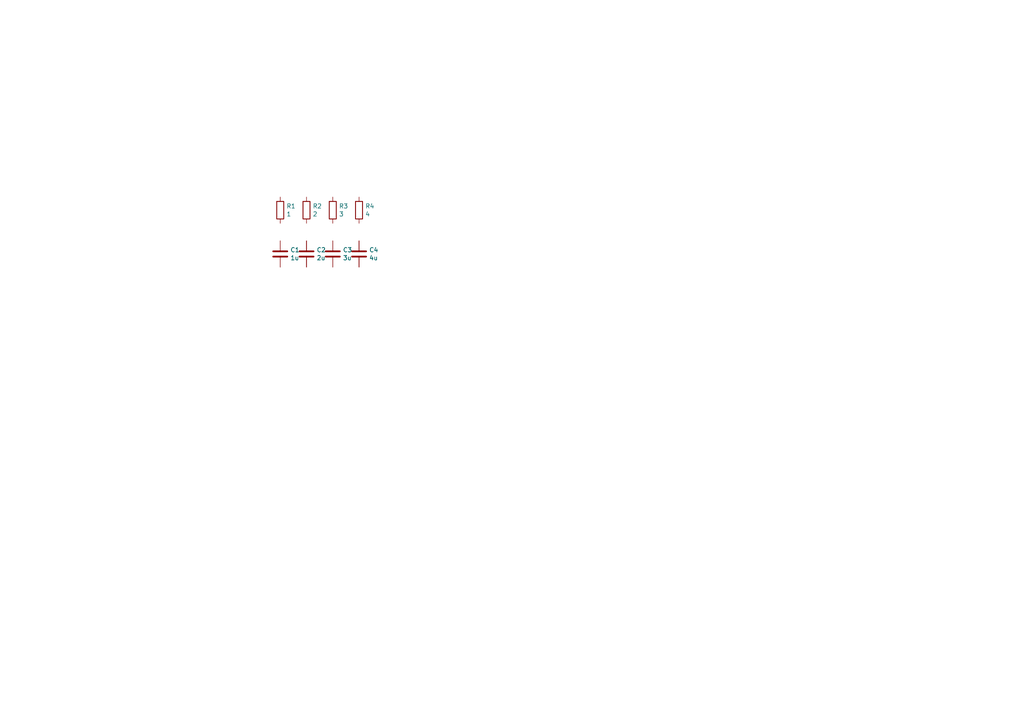
<source format=kicad_sch>
(kicad_sch (version 20211123) (generator eeschema)
  (paper "A4")
  (lib_symbols
    (symbol "Device:C" (pin_numbers hide) (pin_names (offset 0.254))
      (property "Reference" "C" (at 0.635 2.54 0))
      (property "Value" "Device_C" (at 0.635 -2.54 0))
      (symbol "C_0_1"
        (polyline (pts (xy -2.032 -0.762) (xy 2.032 -0.762)) (stroke (width 0.508)))
        (polyline (pts (xy -2.032 0.762) (xy 2.032 0.762)) (stroke (width 0.508)))
      )
      (symbol "C_1_1"
        (pin passive line (at 0 3.81 270) (length 2.794) (name "~") (number "1"))
        (pin passive line (at 0 -3.81 90) (length 2.794) (name "~") (number "2"))
      )
    )
    (symbol "Device:R" (pin_numbers hide) (pin_names (offset 0))
      (property "Reference" "R" (at 2.032 0 90))
      (property "Value" "Device_R" (at 0 0 90))
      (symbol "R_0_1"
        (rectangle (start -1.016 -2.54) (end 1.016 2.54) (stroke (width 0.254)))
      )
      (symbol "R_1_1"
        (pin passive line (at 0 3.81 270) (length 1.27) (name "~") (number "1"))
        (pin passive line (at 0 -3.81 90) (length 1.27) (name "~") (number "2"))
      )
    )
  )
  (symbol (lib_id "Device:R") (at 81.28 60.96 0) (unit 1)
    (property "Reference" "R1" (at 83.058 59.7916 0) (effects (justify left)))
    (property "Value" "1" (at 83.058 62.103 0) (effects (justify left)))
    (property "Footprint" "Resistor_SMD:R_0805_2012Metric" (effects hide))
  )
  (symbol (lib_id "Device:R") (at 88.9 60.96 0) (unit 1)
    (property "Reference" "R2" (at 90.678 59.7916 0) (effects (justify left)))
    (property "Value" "2" (at 90.678 62.103 0) (effects (justify left)))
    (property "Footprint" "Resistor_SMD:R_0805_2012Metric" (effects hide))
  )
  (symbol (lib_id "Device:R") (at 96.52 60.96 0) (unit 1)
    (property "Reference" "R3" (at 98.298 59.7916 0) (effects (justify left)))
    (property "Value" "3" (at 98.298 62.103 0) (effects (justify left)))
    (property "Footprint" "Resistor_SMD:R_0805_2012Metric" (effects hide))
  )
  (symbol (lib_id "Device:R") (at 104.14 60.96 0) (unit 1)
    (property "Reference" "R4" (at 105.918 59.7916 0) (effects (justify left)))
    (property "Value" "4" (at 105.918 62.103 0) (effects (justify left)))
    (property "Footprint" "Resistor_SMD:R_0805_2012Metric" (effects hide))
  )
  (symbol (lib_id "Device:C") (at 81.28 73.66 0) (unit 1)
    (property "Reference" "C1" (at 84.201 72.4916 0) (effects (justify left)))
    (property "Value" "1u" (at 84.201 74.803 0) (effects (justify left)))
    (property "Footprint" "Capacitor_SMD:C_0805_2012Metric" (effects hide))
  )
  (symbol (lib_id "Device:C") (at 88.9 73.66 0) (unit 1)
    (property "Reference" "C2" (at 91.821 72.4916 0) (effects (justify left)))
    (property "Value" "2u" (at 91.821 74.803 0) (effects (justify left)))
    (property "Footprint" "Capacitor_SMD:C_0805_2012Metric" (effects hide))
  )
  (symbol (lib_id "Device:C") (at 96.52 73.66 0) (unit 1)
    (property "Reference" "C3" (at 99.441 72.4916 0) (effects (justify left)))
    (property "Value" "3u" (at 99.441 74.803 0) (effects (justify left)))
    (property "Footprint" "Capacitor_SMD:C_0805_2012Metric" (effects hide))
  )
  (symbol (lib_id "Device:C") (at 104.14 73.66 0) (unit 1)
    (property "Reference" "C4" (at 107.061 72.4916 0) (effects (justify left)))
    (property "Value" "4u" (at 107.061 74.803 0) (effects (justify left)))
    (property "Footprint" "Capacitor_SMD:C_0805_2012Metric" (effects hide))
  )
)
</source>
